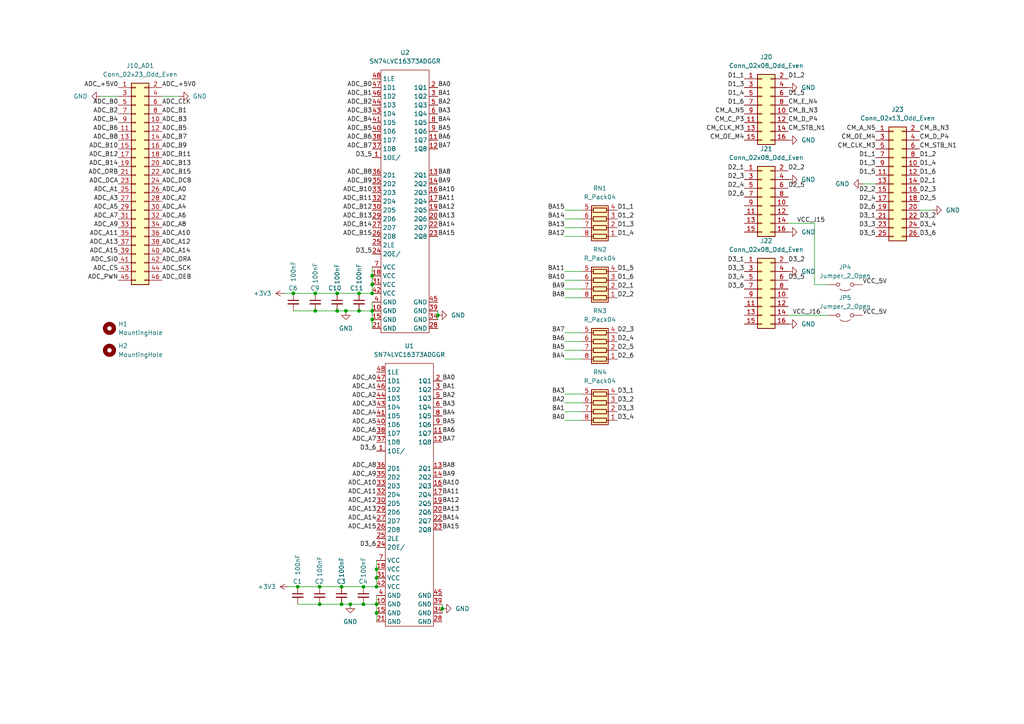
<source format=kicad_sch>
(kicad_sch (version 20231120) (generator "eeschema") (generator_version "8.0")
  (paper "A4")
  (lib_symbols
    (symbol "Connector_Generic:Conn_02x08_Odd_Even" (pin_names (offset 1.016) hide)
      (property "Reference" "J" (at 1.27 10.16 0))
      (property "Value" "Conn_02x08_Odd_Even" (at 1.27 -12.7 0))
      (symbol "Conn_02x08_Odd_Even_1_1"
        (rectangle (start -1.27 -10.033) (end 0 -10.287) (stroke (width 0.1524)))
        (rectangle (start -1.27 -7.493) (end 0 -7.747) (stroke (width 0.1524)))
        (rectangle (start -1.27 -4.953) (end 0 -5.207) (stroke (width 0.1524)))
        (rectangle (start -1.27 -2.413) (end 0 -2.667) (stroke (width 0.1524)))
        (rectangle (start -1.27 0.127) (end 0 -0.127) (stroke (width 0.1524)))
        (rectangle (start -1.27 2.667) (end 0 2.413) (stroke (width 0.1524)))
        (rectangle (start -1.27 5.207) (end 0 4.953) (stroke (width 0.1524)))
        (rectangle (start -1.27 7.747) (end 0 7.493) (stroke (width 0.1524)))
        (rectangle (start -1.27 8.89) (end 3.81 -11.43) (stroke (width 0.254)) (fill (type background)))
        (rectangle (start 3.81 -10.033) (end 2.54 -10.287) (stroke (width 0.1524)))
        (rectangle (start 3.81 -7.493) (end 2.54 -7.747) (stroke (width 0.1524)))
        (rectangle (start 3.81 -4.953) (end 2.54 -5.207) (stroke (width 0.1524)))
        (rectangle (start 3.81 -2.413) (end 2.54 -2.667) (stroke (width 0.1524)))
        (rectangle (start 3.81 0.127) (end 2.54 -0.127) (stroke (width 0.1524)))
        (rectangle (start 3.81 2.667) (end 2.54 2.413) (stroke (width 0.1524)))
        (rectangle (start 3.81 5.207) (end 2.54 4.953) (stroke (width 0.1524)))
        (rectangle (start 3.81 7.747) (end 2.54 7.493) (stroke (width 0.1524)))
        (pin passive line (at -5.08 7.62 0) (length 3.81) (name "Pin_1") (number "1"))
        (pin passive line (at 7.62 -2.54 180) (length 3.81) (name "Pin_10") (number "10"))
        (pin passive line (at -5.08 -5.08 0) (length 3.81) (name "Pin_11") (number "11"))
        (pin passive line (at 7.62 -5.08 180) (length 3.81) (name "Pin_12") (number "12"))
        (pin passive line (at -5.08 -7.62 0) (length 3.81) (name "Pin_13") (number "13"))
        (pin passive line (at 7.62 -7.62 180) (length 3.81) (name "Pin_14") (number "14"))
        (pin passive line (at -5.08 -10.16 0) (length 3.81) (name "Pin_15") (number "15"))
        (pin passive line (at 7.62 -10.16 180) (length 3.81) (name "Pin_16") (number "16"))
        (pin passive line (at 7.62 7.62 180) (length 3.81) (name "Pin_2") (number "2"))
        (pin passive line (at -5.08 5.08 0) (length 3.81) (name "Pin_3") (number "3"))
        (pin passive line (at 7.62 5.08 180) (length 3.81) (name "Pin_4") (number "4"))
        (pin passive line (at -5.08 2.54 0) (length 3.81) (name "Pin_5") (number "5"))
        (pin passive line (at 7.62 2.54 180) (length 3.81) (name "Pin_6") (number "6"))
        (pin passive line (at -5.08 0 0) (length 3.81) (name "Pin_7") (number "7"))
        (pin passive line (at 7.62 0 180) (length 3.81) (name "Pin_8") (number "8"))
        (pin passive line (at -5.08 -2.54 0) (length 3.81) (name "Pin_9") (number "9"))
      )
    )
    (symbol "Connector_Generic:Conn_02x13_Odd_Even" (pin_names (offset 1.016) hide)
      (property "Reference" "J" (at 1.27 17.78 0))
      (property "Value" "Conn_02x13_Odd_Even" (at 1.27 -17.78 0))
      (symbol "Conn_02x13_Odd_Even_1_1"
        (rectangle (start -1.27 -15.113) (end 0 -15.367) (stroke (width 0.1524)))
        (rectangle (start -1.27 -12.573) (end 0 -12.827) (stroke (width 0.1524)))
        (rectangle (start -1.27 -10.033) (end 0 -10.287) (stroke (width 0.1524)))
        (rectangle (start -1.27 -7.493) (end 0 -7.747) (stroke (width 0.1524)))
        (rectangle (start -1.27 -4.953) (end 0 -5.207) (stroke (width 0.1524)))
        (rectangle (start -1.27 -2.413) (end 0 -2.667) (stroke (width 0.1524)))
        (rectangle (start -1.27 0.127) (end 0 -0.127) (stroke (width 0.1524)))
        (rectangle (start -1.27 2.667) (end 0 2.413) (stroke (width 0.1524)))
        (rectangle (start -1.27 5.207) (end 0 4.953) (stroke (width 0.1524)))
        (rectangle (start -1.27 7.747) (end 0 7.493) (stroke (width 0.1524)))
        (rectangle (start -1.27 10.287) (end 0 10.033) (stroke (width 0.1524)))
        (rectangle (start -1.27 12.827) (end 0 12.573) (stroke (width 0.1524)))
        (rectangle (start -1.27 15.367) (end 0 15.113) (stroke (width 0.1524)))
        (rectangle (start -1.27 16.51) (end 3.81 -16.51) (stroke (width 0.254)) (fill (type background)))
        (rectangle (start 3.81 -15.113) (end 2.54 -15.367) (stroke (width 0.1524)))
        (rectangle (start 3.81 -12.573) (end 2.54 -12.827) (stroke (width 0.1524)))
        (rectangle (start 3.81 -10.033) (end 2.54 -10.287) (stroke (width 0.1524)))
        (rectangle (start 3.81 -7.493) (end 2.54 -7.747) (stroke (width 0.1524)))
        (rectangle (start 3.81 -4.953) (end 2.54 -5.207) (stroke (width 0.1524)))
        (rectangle (start 3.81 -2.413) (end 2.54 -2.667) (stroke (width 0.1524)))
        (rectangle (start 3.81 0.127) (end 2.54 -0.127) (stroke (width 0.1524)))
        (rectangle (start 3.81 2.667) (end 2.54 2.413) (stroke (width 0.1524)))
        (rectangle (start 3.81 5.207) (end 2.54 4.953) (stroke (width 0.1524)))
        (rectangle (start 3.81 7.747) (end 2.54 7.493) (stroke (width 0.1524)))
        (rectangle (start 3.81 10.287) (end 2.54 10.033) (stroke (width 0.1524)))
        (rectangle (start 3.81 12.827) (end 2.54 12.573) (stroke (width 0.1524)))
        (rectangle (start 3.81 15.367) (end 2.54 15.113) (stroke (width 0.1524)))
        (pin passive line (at -5.08 15.24 0) (length 3.81) (name "Pin_1") (number "1"))
        (pin passive line (at 7.62 5.08 180) (length 3.81) (name "Pin_10") (number "10"))
        (pin passive line (at -5.08 2.54 0) (length 3.81) (name "Pin_11") (number "11"))
        (pin passive line (at 7.62 2.54 180) (length 3.81) (name "Pin_12") (number "12"))
        (pin passive line (at -5.08 0 0) (length 3.81) (name "Pin_13") (number "13"))
        (pin passive line (at 7.62 0 180) (length 3.81) (name "Pin_14") (number "14"))
        (pin passive line (at -5.08 -2.54 0) (length 3.81) (name "Pin_15") (number "15"))
        (pin passive line (at 7.62 -2.54 180) (length 3.81) (name "Pin_16") (number "16"))
        (pin passive line (at -5.08 -5.08 0) (length 3.81) (name "Pin_17") (number "17"))
        (pin passive line (at 7.62 -5.08 180) (length 3.81) (name "Pin_18") (number "18"))
        (pin passive line (at -5.08 -7.62 0) (length 3.81) (name "Pin_19") (number "19"))
        (pin passive line (at 7.62 15.24 180) (length 3.81) (name "Pin_2") (number "2"))
        (pin passive line (at 7.62 -7.62 180) (length 3.81) (name "Pin_20") (number "20"))
        (pin passive line (at -5.08 -10.16 0) (length 3.81) (name "Pin_21") (number "21"))
        (pin passive line (at 7.62 -10.16 180) (length 3.81) (name "Pin_22") (number "22"))
        (pin passive line (at -5.08 -12.7 0) (length 3.81) (name "Pin_23") (number "23"))
        (pin passive line (at 7.62 -12.7 180) (length 3.81) (name "Pin_24") (number "24"))
        (pin passive line (at -5.08 -15.24 0) (length 3.81) (name "Pin_25") (number "25"))
        (pin passive line (at 7.62 -15.24 180) (length 3.81) (name "Pin_26") (number "26"))
        (pin passive line (at -5.08 12.7 0) (length 3.81) (name "Pin_3") (number "3"))
        (pin passive line (at 7.62 12.7 180) (length 3.81) (name "Pin_4") (number "4"))
        (pin passive line (at -5.08 10.16 0) (length 3.81) (name "Pin_5") (number "5"))
        (pin passive line (at 7.62 10.16 180) (length 3.81) (name "Pin_6") (number "6"))
        (pin passive line (at -5.08 7.62 0) (length 3.81) (name "Pin_7") (number "7"))
        (pin passive line (at 7.62 7.62 180) (length 3.81) (name "Pin_8") (number "8"))
        (pin passive line (at -5.08 5.08 0) (length 3.81) (name "Pin_9") (number "9"))
      )
    )
    (symbol "Connector_Generic:Conn_02x23_Odd_Even" (pin_names (offset 1.016) hide)
      (property "Reference" "J" (at 1.27 30.48 0))
      (property "Value" "Conn_02x23_Odd_Even" (at 1.27 -30.48 0))
      (symbol "Conn_02x23_Odd_Even_1_1"
        (rectangle (start -1.27 -27.813) (end 0 -28.067) (stroke (width 0.1524)))
        (rectangle (start -1.27 -25.273) (end 0 -25.527) (stroke (width 0.1524)))
        (rectangle (start -1.27 -22.733) (end 0 -22.987) (stroke (width 0.1524)))
        (rectangle (start -1.27 -20.193) (end 0 -20.447) (stroke (width 0.1524)))
        (rectangle (start -1.27 -17.653) (end 0 -17.907) (stroke (width 0.1524)))
        (rectangle (start -1.27 -15.113) (end 0 -15.367) (stroke (width 0.1524)))
        (rectangle (start -1.27 -12.573) (end 0 -12.827) (stroke (width 0.1524)))
        (rectangle (start -1.27 -10.033) (end 0 -10.287) (stroke (width 0.1524)))
        (rectangle (start -1.27 -7.493) (end 0 -7.747) (stroke (width 0.1524)))
        (rectangle (start -1.27 -4.953) (end 0 -5.207) (stroke (width 0.1524)))
        (rectangle (start -1.27 -2.413) (end 0 -2.667) (stroke (width 0.1524)))
        (rectangle (start -1.27 0.127) (end 0 -0.127) (stroke (width 0.1524)))
        (rectangle (start -1.27 2.667) (end 0 2.413) (stroke (width 0.1524)))
        (rectangle (start -1.27 5.207) (end 0 4.953) (stroke (width 0.1524)))
        (rectangle (start -1.27 7.747) (end 0 7.493) (stroke (width 0.1524)))
        (rectangle (start -1.27 10.287) (end 0 10.033) (stroke (width 0.1524)))
        (rectangle (start -1.27 12.827) (end 0 12.573) (stroke (width 0.1524)))
        (rectangle (start -1.27 15.367) (end 0 15.113) (stroke (width 0.1524)))
        (rectangle (start -1.27 17.907) (end 0 17.653) (stroke (width 0.1524)))
        (rectangle (start -1.27 20.447) (end 0 20.193) (stroke (width 0.1524)))
        (rectangle (start -1.27 22.987) (end 0 22.733) (stroke (width 0.1524)))
        (rectangle (start -1.27 25.527) (end 0 25.273) (stroke (width 0.1524)))
        (rectangle (start -1.27 28.067) (end 0 27.813) (stroke (width 0.1524)))
        (rectangle (start -1.27 29.21) (end 3.81 -29.21) (stroke (width 0.254)) (fill (type background)))
        (rectangle (start 3.81 -27.813) (end 2.54 -28.067) (stroke (width 0.1524)))
        (rectangle (start 3.81 -25.273) (end 2.54 -25.527) (stroke (width 0.1524)))
        (rectangle (start 3.81 -22.733) (end 2.54 -22.987) (stroke (width 0.1524)))
        (rectangle (start 3.81 -20.193) (end 2.54 -20.447) (stroke (width 0.1524)))
        (rectangle (start 3.81 -17.653) (end 2.54 -17.907) (stroke (width 0.1524)))
        (rectangle (start 3.81 -15.113) (end 2.54 -15.367) (stroke (width 0.1524)))
        (rectangle (start 3.81 -12.573) (end 2.54 -12.827) (stroke (width 0.1524)))
        (rectangle (start 3.81 -10.033) (end 2.54 -10.287) (stroke (width 0.1524)))
        (rectangle (start 3.81 -7.493) (end 2.54 -7.747) (stroke (width 0.1524)))
        (rectangle (start 3.81 -4.953) (end 2.54 -5.207) (stroke (width 0.1524)))
        (rectangle (start 3.81 -2.413) (end 2.54 -2.667) (stroke (width 0.1524)))
        (rectangle (start 3.81 0.127) (end 2.54 -0.127) (stroke (width 0.1524)))
        (rectangle (start 3.81 2.667) (end 2.54 2.413) (stroke (width 0.1524)))
        (rectangle (start 3.81 5.207) (end 2.54 4.953) (stroke (width 0.1524)))
        (rectangle (start 3.81 7.747) (end 2.54 7.493) (stroke (width 0.1524)))
        (rectangle (start 3.81 10.287) (end 2.54 10.033) (stroke (width 0.1524)))
        (rectangle (start 3.81 12.827) (end 2.54 12.573) (stroke (width 0.1524)))
        (rectangle (start 3.81 15.367) (end 2.54 15.113) (stroke (width 0.1524)))
        (rectangle (start 3.81 17.907) (end 2.54 17.653) (stroke (width 0.1524)))
        (rectangle (start 3.81 20.447) (end 2.54 20.193) (stroke (width 0.1524)))
        (rectangle (start 3.81 22.987) (end 2.54 22.733) (stroke (width 0.1524)))
        (rectangle (start 3.81 25.527) (end 2.54 25.273) (stroke (width 0.1524)))
        (rectangle (start 3.81 28.067) (end 2.54 27.813) (stroke (width 0.1524)))
        (pin passive line (at -5.08 27.94 0) (length 3.81) (name "Pin_1") (number "1"))
        (pin passive line (at 7.62 17.78 180) (length 3.81) (name "Pin_10") (number "10"))
        (pin passive line (at -5.08 15.24 0) (length 3.81) (name "Pin_11") (number "11"))
        (pin passive line (at 7.62 15.24 180) (length 3.81) (name "Pin_12") (number "12"))
        (pin passive line (at -5.08 12.7 0) (length 3.81) (name "Pin_13") (number "13"))
        (pin passive line (at 7.62 12.7 180) (length 3.81) (name "Pin_14") (number "14"))
        (pin passive line (at -5.08 10.16 0) (length 3.81) (name "Pin_15") (number "15"))
        (pin passive line (at 7.62 10.16 180) (length 3.81) (name "Pin_16") (number "16"))
        (pin passive line (at -5.08 7.62 0) (length 3.81) (name "Pin_17") (number "17"))
        (pin passive line (at 7.62 7.62 180) (length 3.81) (name "Pin_18") (number "18"))
        (pin passive line (at -5.08 5.08 0) (length 3.81) (name "Pin_19") (number "19"))
        (pin passive line (at 7.62 27.94 180) (length 3.81) (name "Pin_2") (number "2"))
        (pin passive line (at 7.62 5.08 180) (length 3.81) (name "Pin_20") (number "20"))
        (pin passive line (at -5.08 2.54 0) (length 3.81) (name "Pin_21") (number "21"))
        (pin passive line (at 7.62 2.54 180) (length 3.81) (name "Pin_22") (number "22"))
        (pin passive line (at -5.08 0 0) (length 3.81) (name "Pin_23") (number "23"))
        (pin passive line (at 7.62 0 180) (length 3.81) (name "Pin_24") (number "24"))
        (pin passive line (at -5.08 -2.54 0) (length 3.81) (name "Pin_25") (number "25"))
        (pin passive line (at 7.62 -2.54 180) (length 3.81) (name "Pin_26") (number "26"))
        (pin passive line (at -5.08 -5.08 0) (length 3.81) (name "Pin_27") (number "27"))
        (pin passive line (at 7.62 -5.08 180) (length 3.81) (name "Pin_28") (number "28"))
        (pin passive line (at -5.08 -7.62 0) (length 3.81) (name "Pin_29") (number "29"))
        (pin passive line (at -5.08 25.4 0) (length 3.81) (name "Pin_3") (number "3"))
        (pin passive line (at 7.62 -7.62 180) (length 3.81) (name "Pin_30") (number "30"))
        (pin passive line (at -5.08 -10.16 0) (length 3.81) (name "Pin_31") (number "31"))
        (pin passive line (at 7.62 -10.16 180) (length 3.81) (name "Pin_32") (number "32"))
        (pin passive line (at -5.08 -12.7 0) (length 3.81) (name "Pin_33") (number "33"))
        (pin passive line (at 7.62 -12.7 180) (length 3.81) (name "Pin_34") (number "34"))
        (pin passive line (at -5.08 -15.24 0) (length 3.81) (name "Pin_35") (number "35"))
        (pin passive line (at 7.62 -15.24 180) (length 3.81) (name "Pin_36") (number "36"))
        (pin passive line (at -5.08 -17.78 0) (length 3.81) (name "Pin_37") (number "37"))
        (pin passive line (at 7.62 -17.78 180) (length 3.81) (name "Pin_38") (number "38"))
        (pin passive line (at -5.08 -20.32 0) (length 3.81) (name "Pin_39") (number "39"))
        (pin passive line (at 7.62 25.4 180) (length 3.81) (name "Pin_4") (number "4"))
        (pin passive line (at 7.62 -20.32 180) (length 3.81) (name "Pin_40") (number "40"))
        (pin passive line (at -5.08 -22.86 0) (length 3.81) (name "Pin_41") (number "41"))
        (pin passive line (at 7.62 -22.86 180) (length 3.81) (name "Pin_42") (number "42"))
        (pin passive line (at -5.08 -25.4 0) (length 3.81) (name "Pin_43") (number "43"))
        (pin passive line (at 7.62 -25.4 180) (length 3.81) (name "Pin_44") (number "44"))
        (pin passive line (at -5.08 -27.94 0) (length 3.81) (name "Pin_45") (number "45"))
        (pin passive line (at 7.62 -27.94 180) (length 3.81) (name "Pin_46") (number "46"))
        (pin passive line (at -5.08 22.86 0) (length 3.81) (name "Pin_5") (number "5"))
        (pin passive line (at 7.62 22.86 180) (length 3.81) (name "Pin_6") (number "6"))
        (pin passive line (at -5.08 20.32 0) (length 3.81) (name "Pin_7") (number "7"))
        (pin passive line (at 7.62 20.32 180) (length 3.81) (name "Pin_8") (number "8"))
        (pin passive line (at -5.08 17.78 0) (length 3.81) (name "Pin_9") (number "9"))
      )
    )
    (symbol "Device:C_Small" (pin_numbers hide) (pin_names (offset 0.254) hide)
      (property "Reference" "C" (at 0.254 1.778 0))
      (property "Value" "C_Small" (at 0.254 -2.032 0))
      (symbol "C_Small_0_1"
        (polyline (pts (xy -1.524 -0.508) (xy 1.524 -0.508)) (stroke (width 0.3302)))
        (polyline (pts (xy -1.524 0.508) (xy 1.524 0.508)) (stroke (width 0.3048)))
      )
      (symbol "C_Small_1_1"
        (pin passive line (at 0 2.54 270) (length 2.032) (name "~") (number "1"))
        (pin passive line (at 0 -2.54 90) (length 2.032) (name "~") (number "2"))
      )
    )
    (symbol "Device:R_Pack04" (pin_names (offset 0) hide)
      (property "Reference" "RN" (at -7.62 0 90))
      (property "Value" "R_Pack04" (at 5.08 0 90))
      (symbol "R_Pack04_0_1"
        (rectangle (start -6.35 -2.413) (end 3.81 2.413) (stroke (width 0.254)) (fill (type background)))
        (rectangle (start -5.715 1.905) (end -4.445 -1.905) (stroke (width 0.254)))
        (rectangle (start -3.175 1.905) (end -1.905 -1.905) (stroke (width 0.254)))
        (rectangle (start -0.635 1.905) (end 0.635 -1.905) (stroke (width 0.254)))
        (polyline (pts (xy -5.08 -2.54) (xy -5.08 -1.905)))
        (polyline (pts (xy -5.08 1.905) (xy -5.08 2.54)))
        (polyline (pts (xy -2.54 -2.54) (xy -2.54 -1.905)))
        (polyline (pts (xy -2.54 1.905) (xy -2.54 2.54)))
        (polyline (pts (xy 0 -2.54) (xy 0 -1.905)))
        (polyline (pts (xy 0 1.905) (xy 0 2.54)))
        (polyline (pts (xy 2.54 -2.54) (xy 2.54 -1.905)))
        (polyline (pts (xy 2.54 1.905) (xy 2.54 2.54)))
        (rectangle (start 1.905 1.905) (end 3.175 -1.905) (stroke (width 0.254)))
      )
      (symbol "R_Pack04_1_1"
        (pin passive line (at -5.08 -5.08 90) (length 2.54) (name "R1.1") (number "1"))
        (pin passive line (at -2.54 -5.08 90) (length 2.54) (name "R2.1") (number "2"))
        (pin passive line (at 0 -5.08 90) (length 2.54) (name "R3.1") (number "3"))
        (pin passive line (at 2.54 -5.08 90) (length 2.54) (name "R4.1") (number "4"))
        (pin passive line (at 2.54 5.08 270) (length 2.54) (name "R4.2") (number "5"))
        (pin passive line (at 0 5.08 270) (length 2.54) (name "R3.2") (number "6"))
        (pin passive line (at -2.54 5.08 270) (length 2.54) (name "R2.2") (number "7"))
        (pin passive line (at -5.08 5.08 270) (length 2.54) (name "R1.2") (number "8"))
      )
    )
    (symbol "Jumper:Jumper_2_Open" (pin_numbers hide) (pin_names (offset 0) hide) (exclude_from_sim yes)
      (property "Reference" "JP" (at 0 2.794 0))
      (property "Value" "Jumper_2_Open" (at 0 -2.286 0))
      (symbol "Jumper_2_Open_0_0"
        (circle (center -2.032 0) (radius 0.508))
        (circle (center 2.032 0) (radius 0.508))
      )
      (symbol "Jumper_2_Open_0_1"
        (arc (start 1.524 1.27) (mid 0 1.778) (end -1.524 1.27))
      )
      (symbol "Jumper_2_Open_1_1"
        (pin passive line (at -5.08 0 0) (length 2.54) (name "A") (number "1"))
        (pin passive line (at 5.08 0 180) (length 2.54) (name "B") (number "2"))
      )
    )
    (symbol "Mechanical:MountingHole" (pin_names (offset 1.016)) (exclude_from_sim yes) (in_bom no)
      (property "Reference" "H" (at 0 5.08 0))
      (property "Value" "MountingHole" (at 0 3.175 0))
      (symbol "MountingHole_0_1"
        (circle (center 0 0) (radius 1.27) (stroke (width 1.27)))
      )
    )
    (symbol "SN74LVC16373A:SN74LVC16373A"
      (property "Reference" "U" (at -10.16 31.75 0))
      (property "Value" "SN74LVC16373ADGGR" (at 8.89 31.75 0))
      (symbol "SN74LVC16373A_0_0"
        (pin input line (at -10.16 8.89 0) (length 2.54) (name "1OE/") (number "1"))
        (pin output line (at 8.89 13.97 180) (length 2.54) (name "1Q7") (number "11"))
        (pin output line (at 8.89 11.43 180) (length 2.54) (name "1Q8") (number "12"))
        (pin output line (at 8.89 3.81 180) (length 2.54) (name "2Q1") (number "13"))
        (pin output line (at 8.89 1.27 180) (length 2.54) (name "2Q2") (number "14"))
        (pin output line (at 8.89 -1.27 180) (length 2.54) (name "2Q3") (number "16"))
        (pin output line (at 8.89 -3.81 180) (length 2.54) (name "2Q4") (number "17"))
        (pin power_in line (at -10.16 -25.4 0) (length 2.54) (name "VCC") (number "18"))
        (pin output line (at 8.89 -6.35 180) (length 2.54) (name "2Q5") (number "19"))
        (pin output line (at 8.89 29.21 180) (length 2.54) (name "1Q1") (number "2"))
        (pin output line (at 8.89 -8.89 180) (length 2.54) (name "2Q6") (number "20"))
        (pin output line (at 8.89 -11.43 180) (length 2.54) (name "2Q7") (number "22"))
        (pin output line (at 8.89 -13.97 180) (length 2.54) (name "2Q8") (number "23"))
        (pin input line (at -10.16 -16.51 0) (length 2.54) (name "2LE") (number "25"))
        (pin input line (at -10.16 -13.97 0) (length 2.54) (name "2D8") (number "26"))
        (pin input line (at -10.16 -11.43 0) (length 2.54) (name "2D7") (number "27"))
        (pin input line (at -10.16 -8.89 0) (length 2.54) (name "2D6") (number "29"))
        (pin output line (at 8.89 26.67 180) (length 2.54) (name "1Q2") (number "3"))
        (pin input line (at -10.16 -6.35 0) (length 2.54) (name "2D5") (number "30"))
        (pin power_in line (at -10.16 -27.94 0) (length 2.54) (name "VCC") (number "31"))
        (pin input line (at -10.16 -3.81 0) (length 2.54) (name "2D4") (number "32"))
        (pin input line (at -10.16 -1.27 0) (length 2.54) (name "2D3") (number "33"))
        (pin input line (at -10.16 1.27 0) (length 2.54) (name "2D2") (number "35"))
        (pin input line (at -10.16 3.81 0) (length 2.54) (name "2D1") (number "36"))
        (pin input line (at -10.16 11.43 0) (length 2.54) (name "1D8") (number "37"))
        (pin input line (at -10.16 13.97 0) (length 2.54) (name "1D7") (number "38"))
        (pin input line (at -10.16 16.51 0) (length 2.54) (name "1D6") (number "40"))
        (pin input line (at -10.16 19.05 0) (length 2.54) (name "1D5") (number "41"))
        (pin power_in line (at -10.16 -30.48 0) (length 2.54) (name "VCC") (number "42"))
        (pin input line (at -10.16 21.59 0) (length 2.54) (name "1D4") (number "43"))
        (pin input line (at -10.16 24.13 0) (length 2.54) (name "1D3") (number "44"))
        (pin input line (at -10.16 26.67 0) (length 2.54) (name "1D2") (number "46"))
        (pin input line (at -10.16 29.21 0) (length 2.54) (name "1D1") (number "47"))
        (pin input line (at -10.16 31.75 0) (length 2.54) (name "1LE") (number "48"))
        (pin output line (at 8.89 24.13 180) (length 2.54) (name "1Q3") (number "5"))
        (pin output line (at 8.89 21.59 180) (length 2.54) (name "1Q4") (number "6"))
        (pin power_in line (at -10.16 -22.86 0) (length 2.54) (name "VCC") (number "7"))
        (pin output line (at 8.89 19.05 180) (length 2.54) (name "1Q5") (number "8"))
        (pin output line (at 8.89 16.51 180) (length 2.54) (name "1Q6") (number "9"))
      )
      (symbol "SN74LVC16373A_0_1"
        (rectangle (start -7.62 34.29) (end 6.35 -41.91))
      )
      (symbol "SN74LVC16373A_1_0"
        (pin power_in line (at -10.16 -35.56 0) (length 2.54) (name "GND") (number "10"))
        (pin power_in line (at -10.16 -38.1 0) (length 2.54) (name "GND") (number "15"))
        (pin power_in line (at -10.16 -40.64 0) (length 2.54) (name "GND") (number "21"))
        (pin input line (at -10.16 -19.05 0) (length 2.54) (name "2OE/") (number "24"))
        (pin power_in line (at 8.89 -40.64 180) (length 2.54) (name "GND") (number "28"))
        (pin power_in line (at 8.89 -38.1 180) (length 2.54) (name "GND") (number "34"))
        (pin power_in line (at 8.89 -35.56 180) (length 2.54) (name "GND") (number "39"))
        (pin power_in line (at -10.16 -33.02 0) (length 2.54) (name "GND") (number "4"))
        (pin power_in line (at 8.89 -33.02 180) (length 2.54) (name "GND") (number "45"))
      )
    )
    (symbol "power:+3V3" (power) (pin_numbers hide) (pin_names (offset 0) hide)
      (property "Value" "+3V3" (at 0 3.556 0))
      (symbol "+3V3_0_1"
        (polyline (pts (xy -0.762 1.27) (xy 0 2.54)))
        (polyline (pts (xy 0 0) (xy 0 2.54)))
        (polyline (pts (xy 0 2.54) (xy 0.762 1.27)))
      )
      (symbol "+3V3_1_1"
        (pin power_in line (at 0 0 90) (length 0) (name "~") (number "1"))
      )
    )
    (symbol "power:GND" (power) (pin_numbers hide) (pin_names (offset 0) hide)
      (property "Value" "GND" (at 0 -3.81 0))
      (symbol "GND_0_1"
        (polyline (pts (xy 0 0) (xy 0 -1.27) (xy 1.27 -1.27) (xy 0 -2.54) (xy -1.27 -1.27) (xy 0 -1.27)))
      )
      (symbol "GND_1_1"
        (pin power_in line (at 0 0 270) (length 0) (name "~") (number "1"))
      )
    )
  )
  (junction (at 107.95 92.71))
  (junction (at 91.44 90.17))
  (junction (at 86.36 170.18))
  (junction (at 97.79 85.09))
  (junction (at 109.22 177.8))
  (junction (at 107.95 90.17))
  (junction (at 91.44 85.09))
  (junction (at 109.22 165.1))
  (junction (at 101.6 175.26))
  (junction (at 97.79 90.17))
  (junction (at 105.41 170.18))
  (junction (at 128.27 176.53))
  (junction (at 104.14 90.17))
  (junction (at 92.71 170.18))
  (junction (at 100.33 90.17))
  (junction (at 105.41 175.26))
  (junction (at 107.95 80.01))
  (junction (at 109.22 170.18))
  (junction (at 99.06 170.18))
  (junction (at 107.95 82.55))
  (junction (at 109.22 167.64))
  (junction (at 109.22 175.26))
  (junction (at 127 91.44))
  (junction (at 92.71 175.26))
  (junction (at 104.14 85.09))
  (junction (at 85.09 85.09))
  (junction (at 99.06 175.26))
  (junction (at 107.95 85.09))
  (wire (pts (xy 168.91 63.5) (xy 163.83 63.5)))
  (wire (pts (xy 107.95 90.17) (xy 107.95 92.71)))
  (wire (pts (xy 109.22 172.72) (xy 109.22 175.26)))
  (wire (pts (xy 168.91 68.58) (xy 163.83 68.58)))
  (wire (pts (xy 109.22 167.64) (xy 109.22 170.18)))
  (wire (pts (xy 168.91 78.74) (xy 163.83 78.74)))
  (wire (pts (xy 85.09 85.09) (xy 91.44 85.09)))
  (wire (pts (xy 105.41 175.26) (xy 109.22 175.26)))
  (wire (pts (xy 168.91 121.92) (xy 163.83 121.92)))
  (wire (pts (xy 266.7 60.96) (xy 270.51 60.96)))
  (wire (pts (xy 99.06 175.26) (xy 101.6 175.26)))
  (wire (pts (xy 168.91 114.3) (xy 163.83 114.3)))
  (wire (pts (xy 127 90.17) (xy 127 91.44)))
  (wire (pts (xy 109.22 165.1) (xy 109.22 167.64)))
  (wire (pts (xy 127 91.44) (xy 127 92.71)))
  (wire (pts (xy 107.95 77.47) (xy 107.95 80.01)))
  (wire (pts (xy 168.91 66.04) (xy 163.83 66.04)))
  (wire (pts (xy 250.19 53.34) (xy 254 53.34)))
  (wire (pts (xy 92.71 175.26) (xy 99.06 175.26)))
  (wire (pts (xy 109.22 175.26) (xy 109.22 177.8)))
  (wire (pts (xy 83.82 170.18) (xy 86.36 170.18)))
  (wire (pts (xy 228.6 64.77) (xy 236.22 64.77)))
  (wire (pts (xy 107.95 87.63) (xy 107.95 90.17)))
  (wire (pts (xy 97.79 90.17) (xy 100.33 90.17)))
  (wire (pts (xy 228.6 91.44) (xy 240.03 91.44)))
  (wire (pts (xy 168.91 99.06) (xy 163.83 99.06)))
  (wire (pts (xy 168.91 96.52) (xy 163.83 96.52)))
  (wire (pts (xy 86.36 170.18) (xy 92.71 170.18)))
  (wire (pts (xy 168.91 86.36) (xy 163.83 86.36)))
  (wire (pts (xy 101.6 175.26) (xy 105.41 175.26)))
  (wire (pts (xy 109.22 162.56) (xy 109.22 165.1)))
  (wire (pts (xy 100.33 90.17) (xy 104.14 90.17)))
  (wire (pts (xy 168.91 116.84) (xy 163.83 116.84)))
  (wire (pts (xy 107.95 80.01) (xy 107.95 82.55)))
  (wire (pts (xy 109.22 177.8) (xy 109.22 180.34)))
  (wire (pts (xy 168.91 104.14) (xy 163.83 104.14)))
  (wire (pts (xy 86.36 175.26) (xy 92.71 175.26)))
  (wire (pts (xy 29.21 27.94) (xy 34.29 27.94)))
  (wire (pts (xy 99.06 170.18) (xy 105.41 170.18)))
  (wire (pts (xy 107.95 92.71) (xy 107.95 95.25)))
  (wire (pts (xy 91.44 85.09) (xy 97.79 85.09)))
  (wire (pts (xy 236.22 64.77) (xy 236.22 82.55)))
  (wire (pts (xy 85.09 90.17) (xy 91.44 90.17)))
  (wire (pts (xy 105.41 170.18) (xy 109.22 170.18)))
  (wire (pts (xy 92.71 170.18) (xy 99.06 170.18)))
  (wire (pts (xy 168.91 81.28) (xy 163.83 81.28)))
  (wire (pts (xy 168.91 83.82) (xy 163.83 83.82)))
  (wire (pts (xy 236.22 82.55) (xy 240.03 82.55)))
  (wire (pts (xy 91.44 90.17) (xy 97.79 90.17)))
  (wire (pts (xy 168.91 119.38) (xy 163.83 119.38)))
  (wire (pts (xy 128.27 175.26) (xy 128.27 176.53)))
  (wire (pts (xy 82.55 85.09) (xy 85.09 85.09)))
  (wire (pts (xy 46.99 27.94) (xy 52.07 27.94)))
  (wire (pts (xy 104.14 90.17) (xy 107.95 90.17)))
  (wire (pts (xy 168.91 60.96) (xy 163.83 60.96)))
  (wire (pts (xy 168.91 101.6) (xy 163.83 101.6)))
  (wire (pts (xy 128.27 176.53) (xy 128.27 177.8)))
  (wire (pts (xy 97.79 85.09) (xy 104.14 85.09)))
  (wire (pts (xy 104.14 85.09) (xy 107.95 85.09)))
  (wire (pts (xy 107.95 82.55) (xy 107.95 85.09)))
  (label "BA4" (at 163.83 104.14 180))
  (label "ADC_A2" (at 46.99 58.42 0))
  (label "D3_3" (at 254 66.04 180))
  (label "CM_CLK_M3" (at 254 43.18 180))
  (label "ADC_B4" (at 34.29 35.56 180))
  (label "BA11" (at 128.27 143.51 0))
  (label "BA6" (at 128.27 125.73 0))
  (label "ADC_B7" (at 107.95 43.18 180))
  (label "D2_4" (at 254 58.42 180))
  (label "D3_3" (at 179.07 119.38 0))
  (label "ADC_SIO" (at 34.29 76.2 180))
  (label "ADC_A10" (at 46.99 68.58 0))
  (label "D3_1" (at 215.9 76.2 180))
  (label "VCC_J15" (at 231.14 64.77 0))
  (label "ADC_SCK" (at 46.99 78.74 0))
  (label "BA14" (at 128.27 151.13 0))
  (label "CM_C_P3" (at 215.9 35.56 180))
  (label "D3_4" (at 266.7 66.04 0))
  (label "ADC_A3" (at 109.22 118.11 180))
  (label "ADC_A9" (at 34.29 66.04 180))
  (label "ADC_A9" (at 109.22 138.43 180))
  (label "D2_6" (at 179.07 104.14 0))
  (label "D2_2" (at 179.07 86.36 0))
  (label "CM_CLK_M3" (at 215.9 38.1 180))
  (label "ADC_B9" (at 46.99 43.18 0))
  (label "CM_STB_N1" (at 228.6 38.1 0))
  (label "BA7" (at 128.27 128.27 0))
  (label "D1_2" (at 266.7 45.72 0))
  (label "ADC_+5V0" (at 34.29 25.4 180))
  (label "D3_5" (at 254 68.58 180))
  (label "D2_1" (at 215.9 49.53 180))
  (label "VCC_J16" (at 229.87 91.44 0))
  (label "D3_2" (at 179.07 116.84 0))
  (label "ADC_A14" (at 109.22 151.13 180))
  (label "BA9" (at 128.27 138.43 0))
  (label "ADC_DCA" (at 34.29 53.34 180))
  (label "ADC_B5" (at 46.99 38.1 0))
  (label "D1_1" (at 215.9 22.86 180))
  (label "D1_3" (at 254 48.26 180))
  (label "D3_6" (at 266.7 68.58 0))
  (label "BA11" (at 163.83 78.74 180))
  (label "ADC_A8" (at 46.99 66.04 0))
  (label "ADC_A12" (at 109.22 146.05 180))
  (label "D2_5" (at 266.7 58.42 0))
  (label "D3_5" (at 228.6 81.28 0))
  (label "D3_5" (at 107.95 45.72 180))
  (label "BA8" (at 127 50.8 0))
  (label "ADC_B9" (at 107.95 53.34 180))
  (label "ADC_A12" (at 46.99 71.12 0))
  (label "ADC_A1" (at 34.29 55.88 180))
  (label "BA9" (at 127 53.34 0))
  (label "ADC_B2" (at 34.29 33.02 180))
  (label "ADC_B12" (at 107.95 60.96 180))
  (label "D3_5" (at 107.95 73.66 180))
  (label "ADC_B15" (at 107.95 68.58 180))
  (label "D2_5" (at 179.07 101.6 0))
  (label "ADC_A11" (at 109.22 143.51 180))
  (label "BA5" (at 128.27 123.19 0))
  (label "BA15" (at 128.27 153.67 0))
  (label "ADC_A0" (at 109.22 110.49 180))
  (label "BA2" (at 128.27 115.57 0))
  (label "D1_1" (at 254 45.72 180))
  (label "BA8" (at 163.83 86.36 180))
  (label "D1_3" (at 215.9 25.4 180))
  (label "CM_STB_N1" (at 266.7 43.18 0))
  (label "D2_2" (at 254 55.88 180))
  (label "ADC_A11" (at 34.29 68.58 180))
  (label "BA2" (at 127 30.48 0))
  (label "D2_6" (at 254 60.96 180))
  (label "BA14" (at 163.83 63.5 180))
  (label "CM_B_N3" (at 266.7 38.1 0))
  (label "BA4" (at 128.27 120.65 0))
  (label "ADC_A6" (at 109.22 125.73 180))
  (label "BA14" (at 127 66.04 0))
  (label "BA10" (at 127 55.88 0))
  (label "BA4" (at 127 35.56 0))
  (label "CM_A_N5" (at 254 38.1 180))
  (label "D3_2" (at 266.7 63.5 0))
  (label "D1_6" (at 179.07 81.28 0))
  (label "D2_1" (at 266.7 53.34 0))
  (label "D3_1" (at 179.07 114.3 0))
  (label "D2_3" (at 179.07 96.52 0))
  (label "D1_1" (at 179.07 60.96 0))
  (label "ADC_DCB" (at 46.99 53.34 0))
  (label "ADC_B13" (at 46.99 48.26 0))
  (label "VCC_5V" (at 250.19 91.44 0))
  (label "BA3" (at 127 33.02 0))
  (label "ADC_OEB" (at 46.99 81.28 0))
  (label "ADC_B8" (at 107.95 50.8 180))
  (label "D3_6" (at 215.9 83.82 180))
  (label "BA0" (at 163.83 121.92 180))
  (label "BA12" (at 127 60.96 0))
  (label "BA1" (at 128.27 113.03 0))
  (label "D1_4" (at 179.07 68.58 0))
  (label "BA9" (at 163.83 83.82 180))
  (label "BA13" (at 163.83 66.04 180))
  (label "BA2" (at 163.83 116.84 180))
  (label "ADC_A4" (at 109.22 120.65 180))
  (label "ADC_B1" (at 46.99 33.02 0))
  (label "ADC_A10" (at 109.22 140.97 180))
  (label "ADC_A5" (at 34.29 60.96 180))
  (label "ADC_ORB" (at 34.29 50.8 180))
  (label "BA1" (at 163.83 119.38 180))
  (label "BA6" (at 163.83 99.06 180))
  (label "D2_2" (at 228.6 49.53 0))
  (label "BA5" (at 127 38.1 0))
  (label "ADC_B0" (at 34.29 30.48 180))
  (label "BA6" (at 127 40.64 0))
  (label "ADC_CS" (at 34.29 78.74 180))
  (label "D3_3" (at 215.9 78.74 180))
  (label "ADC_B14" (at 107.95 66.04 180))
  (label "D2_6" (at 215.9 57.15 180))
  (label "D3_1" (at 254 63.5 180))
  (label "CM_OE_M4" (at 215.9 40.64 180))
  (label "ADC_+5V0" (at 46.99 25.4 0))
  (label "D1_5" (at 228.6 27.94 0))
  (label "D1_6" (at 215.9 30.48 180))
  (label "D1_4" (at 215.9 27.94 180))
  (label "ADC_B14" (at 34.29 48.26 180))
  (label "CM_D_P4" (at 228.6 35.56 0))
  (label "ADC_B2" (at 107.95 30.48 180))
  (label "BA1" (at 127 27.94 0))
  (label "D2_3" (at 215.9 52.07 180))
  (label "D2_4" (at 215.9 54.61 180))
  (label "ADC_A5" (at 109.22 123.19 180))
  (label "ADC_B6" (at 34.29 38.1 180))
  (label "CM_B_N3" (at 228.6 33.02 0))
  (label "D1_5" (at 179.07 78.74 0))
  (label "D1_5" (at 254 50.8 180))
  (label "ADC_A3" (at 34.29 58.42 180))
  (label "D1_6" (at 266.7 50.8 0))
  (label "ADC_A2" (at 109.22 115.57 180))
  (label "D1_3" (at 179.07 66.04 0))
  (label "BA3" (at 163.83 114.3 180))
  (label "VCC_5V" (at 250.19 82.55 0))
  (label "D1_2" (at 179.07 63.5 0))
  (label "ADC_A6" (at 46.99 63.5 0))
  (label "ADC_A0" (at 46.99 55.88 0))
  (label "ADC_B5" (at 107.95 38.1 180))
  (label "ADC_A1" (at 109.22 113.03 180))
  (label "D1_4" (at 266.7 48.26 0))
  (label "ADC_A15" (at 34.29 73.66 180))
  (label "ADC_B0" (at 107.95 25.4 180))
  (label "D2_1" (at 179.07 83.82 0))
  (label "ADC_B10" (at 34.29 43.18 180))
  (label "BA12" (at 163.83 68.58 180))
  (label "ADC_A4" (at 46.99 60.96 0))
  (label "D3_2" (at 228.6 76.2 0))
  (label "ADC_ORA" (at 46.99 76.2 0))
  (label "BA11" (at 127 58.42 0))
  (label "CM_A_N5" (at 215.9 33.02 180))
  (label "ADC_B1" (at 107.95 27.94 180))
  (label "D1_2" (at 228.6 22.86 0))
  (label "BA7" (at 127 43.18 0))
  (label "ADC_B3" (at 46.99 35.56 0))
  (label "BA13" (at 128.27 148.59 0))
  (label "ADC_A7" (at 34.29 63.5 180))
  (label "BA7" (at 163.83 96.52 180))
  (label "ADC_A8" (at 109.22 135.89 180))
  (label "ADC_A14" (at 46.99 73.66 0))
  (label "ADC_B12" (at 34.29 45.72 180))
  (label "BA0" (at 128.27 110.49 0))
  (label "ADC_A13" (at 109.22 148.59 180))
  (label "BA5" (at 163.83 101.6 180))
  (label "ADC_B8" (at 34.29 40.64 180))
  (label "D2_4" (at 179.07 99.06 0))
  (label "D3_6" (at 109.22 130.81 180))
  (label "CM_OE_M4" (at 254 40.64 180))
  (label "D3_4" (at 215.9 81.28 180))
  (label "ADC_B10" (at 107.95 55.88 180))
  (label "ADC_B11" (at 107.95 58.42 180))
  (label "ADC_A15" (at 109.22 153.67 180))
  (label "BA13" (at 127 63.5 0))
  (label "ADC_B3" (at 107.95 33.02 180))
  (label "BA12" (at 128.27 146.05 0))
  (label "ADC_B4" (at 107.95 35.56 180))
  (label "BA10" (at 163.83 81.28 180))
  (label "ADC_B11" (at 46.99 45.72 0))
  (label "ADC_B15" (at 46.99 50.8 0))
  (label "D3_4" (at 179.07 121.92 0))
  (label "BA0" (at 127 25.4 0))
  (label "BA15" (at 163.83 60.96 180))
  (label "BA15" (at 127 68.58 0))
  (label "BA3" (at 128.27 118.11 0))
  (label "CM_D_P4" (at 266.7 40.64 0))
  (label "CM_E_N4" (at 228.6 30.48 0))
  (label "D2_5" (at 228.6 54.61 0))
  (label "D2_3" (at 266.7 55.88 0))
  (label "ADC_CLK" (at 46.99 30.48 0))
  (label "ADC_A7" (at 109.22 128.27 180))
  (label "BA8" (at 128.27 135.89 0))
  (label "ADC_PWN" (at 34.29 81.28 180))
  (label "BA10" (at 128.27 140.97 0))
  (label "ADC_B6" (at 107.95 40.64 180))
  (label "ADC_A13" (at 34.29 71.12 180))
  (label "ADC_B13" (at 107.95 63.5 180))
  (label "ADC_B7" (at 46.99 40.64 0))
  (label "D3_6" (at 109.22 158.75 180))
  (symbol (lib_id "Connector_Generic:Conn_02x08_Odd_Even") (at 220.98 30.48 0) (unit 1)
    (property "Reference" "J20" (at 222.25 16.51 0))
    (property "Value" "Conn_02x08_Odd_Even" (at 222.25 19.05 0))
    (property "Footprint" "Connector_PinSocket_2.54mm:PinSocket_2x08_P2.54mm_Vertical" (effects (hide yes)))
    (property "Description" "Generic connector, double row, 02x08, odd/even pin numbering scheme (row 1 odd numbers, row 2 even numbers), script generated (kicad-library-utils/schlib/autogen/connector/)" (effects (hide yes)))
  )
  (symbol (lib_id "Connector_Generic:Conn_02x08_Odd_Even") (at 220.98 57.15 0) (unit 1)
    (property "Reference" "J21" (at 222.25 43.18 0))
    (property "Value" "Conn_02x08_Odd_Even" (at 222.25 45.72 0))
    (property "Footprint" "Connector_PinSocket_2.54mm:PinSocket_2x08_P2.54mm_Vertical" (effects (hide yes)))
    (property "Description" "Generic connector, double row, 02x08, odd/even pin numbering scheme (row 1 odd numbers, row 2 even numbers), script generated (kicad-library-utils/schlib/autogen/connector/)" (effects (hide yes)))
  )
  (symbol (lib_id "Jumper:Jumper_2_Open") (at 245.11 82.55 180) (unit 1) (exclude_from_sim yes)
    (property "Reference" "JP4" (at 245.11 77.47 0))
    (property "Value" "Jumper_2_Open" (at 245.11 80.01 0))
    (property "Footprint" "Jumper:SolderJumper-3_P1.3mm_Open_Pad1.0x1.5mm" (effects (hide yes)))
    (property "Description" "Jumper, 2-pole, open" (effects (hide yes)))
  )
  (symbol (lib_id "power:GND") (at 228.6 67.31 90) (unit 1)
    (property "Reference" "#PWR037" (effects (hide yes)))
    (property "Value" "GND" (at 232.41 67.3099 90) (effects (justify right)))
    (property "Description" "Power symbol creates a global label with name \"GND\" , ground" (effects (hide yes)))
  )
  (symbol (lib_id "power:GND") (at 250.19 53.34 270) (unit 1)
    (property "Reference" "#PWR040" (effects (hide yes)))
    (property "Value" "GND" (at 246.38 53.3399 90) (effects (justify right)))
    (property "Description" "Power symbol creates a global label with name \"GND\" , ground" (effects (hide yes)))
  )
  (symbol (lib_id "power:GND") (at 228.6 25.4 90) (unit 1)
    (property "Reference" "#PWR034" (effects (hide yes)))
    (property "Value" "GND" (at 232.41 25.3999 90) (effects (justify right)))
    (property "Description" "Power symbol creates a global label with name \"GND\" , ground" (effects (hide yes)))
  )
  (symbol (lib_id "Device:C_Small") (at 85.09 87.63 0) (unit 1)
    (property "Reference" "C6" (at 86.36 83.566 0) (effects (justify right)))
    (property "Value" "100nF" (at 85.09 75.692 90) (effects (justify right)))
    (property "Footprint" "Capacitor_SMD:C_0805_2012Metric" (effects (hide yes)))
    (property "Description" "Unpolarized capacitor, small symbol" (effects (hide yes)))
  )
  (symbol (lib_id "power:GND") (at 127 91.44 90) (unit 1)
    (property "Reference" "#PWR044" (effects (hide yes)))
    (property "Value" "GND" (at 130.81 91.4399 90) (effects (justify right)))
    (property "Description" "Power symbol creates a global label with name \"GND\" , ground" (effects (hide yes)))
  )
  (symbol (lib_id "SN74LVC16373A:SN74LVC16373A") (at 119.38 139.7 0) (unit 1)
    (property "Reference" "U1" (at 118.745 100.33 0))
    (property "Value" "SN74LVC16373ADGGR" (at 118.745 102.87 0))
    (property "Footprint" "Package_SO:TSSOP-48_6.1x12.5mm_P0.5mm" (effects (hide yes)))
    (property "Datasheet" "https://www.lcsc.com/datasheet/lcsc_datasheet_1809281511_Texas-Instruments-SN74LVC16373ADGGR_C36452.pdf" (effects (hide yes)))
    (property "Description" "16-Bit Transparent D-Type Latch With 3-State Outputs" (effects (hide yes)))
    (property "JLCPCB" "C36452" (effects (hide yes)))
  )
  (symbol (lib_id "power:GND") (at 101.6 175.26 0) (unit 1)
    (property "Reference" "#PWR010" (effects (hide yes)))
    (property "Value" "GND" (at 101.6 180.34 0))
    (property "Description" "Power symbol creates a global label with name \"GND\" , ground" (effects (hide yes)))
  )
  (symbol (lib_id "power:GND") (at 228.6 93.98 90) (unit 1)
    (property "Reference" "#PWR039" (effects (hide yes)))
    (property "Value" "GND" (at 232.41 93.9799 90) (effects (justify right)))
    (property "Description" "Power symbol creates a global label with name \"GND\" , ground" (effects (hide yes)))
  )
  (symbol (lib_id "power:+3V3") (at 82.55 85.09 90) (unit 1)
    (property "Reference" "#PWR042" (effects (hide yes)))
    (property "Value" "+3V3" (at 78.74 85.0899 90) (effects (justify left)))
    (property "Description" "Power symbol creates a global label with name \"+3V3\"" (effects (hide yes)))
  )
  (symbol (lib_id "Device:C_Small") (at 86.36 172.72 0) (unit 1)
    (property "Reference" "C1" (at 87.63 168.656 0) (effects (justify right)))
    (property "Value" "100nF" (at 86.36 160.782 90) (effects (justify right)))
    (property "Footprint" "Capacitor_SMD:C_0805_2012Metric" (effects (hide yes)))
    (property "Description" "Unpolarized capacitor, small symbol" (effects (hide yes)))
  )
  (symbol (lib_id "Device:C_Small") (at 104.14 87.63 0) (unit 1)
    (property "Reference" "C11" (at 105.41 83.566 0) (effects (justify right)))
    (property "Value" "100nF" (at 104.14 76.454 90) (effects (justify right)))
    (property "Footprint" "Capacitor_SMD:C_0805_2012Metric" (effects (hide yes)))
    (property "Description" "Unpolarized capacitor, small symbol" (effects (hide yes)))
  )
  (symbol (lib_id "Jumper:Jumper_2_Open") (at 245.11 91.44 180) (unit 1) (exclude_from_sim yes)
    (property "Reference" "JP5" (at 245.11 86.36 0))
    (property "Value" "Jumper_2_Open" (at 245.11 88.9 0))
    (property "Footprint" "Jumper:SolderJumper-3_P1.3mm_Open_Pad1.0x1.5mm" (effects (hide yes)))
    (property "Description" "Jumper, 2-pole, open" (effects (hide yes)))
  )
  (symbol (lib_id "Connector_Generic:Conn_02x23_Odd_Even") (at 39.37 53.34 0) (unit 1)
    (property "Reference" "J10_AD1" (at 40.64 19.05 0))
    (property "Value" "Conn_02x23_Odd_Even" (at 40.64 21.59 0))
    (property "Footprint" "Connector_PinSocket_2.54mm:PinSocket_2x23_P2.54mm_Vertical" (effects (hide yes)))
    (property "Description" "Generic connector, double row, 02x23, odd/even pin numbering scheme (row 1 odd numbers, row 2 even numbers), script generated (kicad-library-utils/schlib/autogen/connector/)" (effects (hide yes)))
  )
  (symbol (lib_id "SN74LVC16373A:SN74LVC16373A") (at 118.11 54.61 0) (unit 1)
    (property "Reference" "U2" (at 117.475 15.24 0))
    (property "Value" "SN74LVC16373ADGGR" (at 117.475 17.78 0))
    (property "Footprint" "Package_SO:TSSOP-48_6.1x12.5mm_P0.5mm" (effects (hide yes)))
    (property "Datasheet" "https://www.lcsc.com/datasheet/lcsc_datasheet_1809281511_Texas-Instruments-SN74LVC16373ADGGR_C36452.pdf" (effects (hide yes)))
    (property "Description" "16-Bit Transparent D-Type Latch With 3-State Outputs" (effects (hide yes)))
    (property "JLCPCB" "C36452" (effects (hide yes)))
  )
  (symbol (lib_id "power:+3V3") (at 83.82 170.18 90) (unit 1)
    (property "Reference" "#PWR08" (effects (hide yes)))
    (property "Value" "+3V3" (at 80.01 170.1799 90) (effects (justify left)))
    (property "Description" "Power symbol creates a global label with name \"+3V3\"" (effects (hide yes)))
  )
  (symbol (lib_id "Device:C_Small") (at 91.44 87.63 0) (unit 1)
    (property "Reference" "C9" (at 92.71 83.566 0) (effects (justify right)))
    (property "Value" "100nF" (at 91.44 76.2 90) (effects (justify right)))
    (property "Footprint" "Capacitor_SMD:C_0805_2012Metric" (effects (hide yes)))
    (property "Description" "Unpolarized capacitor, small symbol" (effects (hide yes)))
  )
  (symbol (lib_id "power:GND") (at 228.6 40.64 90) (unit 1)
    (property "Reference" "#PWR035" (effects (hide yes)))
    (property "Value" "GND" (at 232.41 40.6399 90) (effects (justify right)))
    (property "Description" "Power symbol creates a global label with name \"GND\" , ground" (effects (hide yes)))
  )
  (symbol (lib_id "Connector_Generic:Conn_02x08_Odd_Even") (at 220.98 83.82 0) (unit 1)
    (property "Reference" "J22" (at 222.25 69.85 0))
    (property "Value" "Conn_02x08_Odd_Even" (at 222.25 72.39 0))
    (property "Footprint" "Connector_PinSocket_2.54mm:PinSocket_2x08_P2.54mm_Vertical" (effects (hide yes)))
    (property "Description" "Generic connector, double row, 02x08, odd/even pin numbering scheme (row 1 odd numbers, row 2 even numbers), script generated (kicad-library-utils/schlib/autogen/connector/)" (effects (hide yes)))
  )
  (symbol (lib_id "power:GND") (at 29.21 27.94 270) (unit 1)
    (property "Reference" "#PWR09" (effects (hide yes)))
    (property "Value" "GND" (at 25.4 27.9399 90) (effects (justify right)))
    (property "Description" "Power symbol creates a global label with name \"GND\" , ground" (effects (hide yes)))
  )
  (symbol (lib_id "Mechanical:MountingHole") (at 31.75 95.25 0) (unit 1) (exclude_from_sim yes) (in_bom no)
    (property "Reference" "H1" (at 34.29 93.9799 0) (effects (justify left)))
    (property "Value" "MountingHole" (at 34.29 96.5199 0) (effects (justify left)))
    (property "Footprint" "MountingHole:MountingHole_3.5mm_Pad_Via" (effects (hide yes)))
    (property "Description" "Mounting Hole without connection" (effects (hide yes)))
  )
  (symbol (lib_id "Device:C_Small") (at 99.06 172.72 0) (unit 1)
    (property "Reference" "C3" (at 100.33 168.656 0) (effects (justify right)))
    (property "Value" "100nF" (at 99.06 161.544 90) (effects (justify right)))
    (property "Footprint" "Capacitor_SMD:C_0805_2012Metric" (effects (hide yes)))
    (property "Description" "Unpolarized capacitor, small symbol" (effects (hide yes)))
  )
  (symbol (lib_id "power:GND") (at 52.07 27.94 90) (unit 1)
    (property "Reference" "#PWR011" (effects (hide yes)))
    (property "Value" "GND" (at 55.88 27.9399 90) (effects (justify right)))
    (property "Description" "Power symbol creates a global label with name \"GND\" , ground" (effects (hide yes)))
  )
  (symbol (lib_id "power:GND") (at 100.33 90.17 0) (unit 1)
    (property "Reference" "#PWR043" (effects (hide yes)))
    (property "Value" "GND" (at 100.33 95.25 0))
    (property "Description" "Power symbol creates a global label with name \"GND\" , ground" (effects (hide yes)))
  )
  (symbol (lib_id "Mechanical:MountingHole") (at 31.75 101.6 0) (unit 1) (exclude_from_sim yes) (in_bom no)
    (property "Reference" "H2" (at 34.29 100.3299 0) (effects (justify left)))
    (property "Value" "MountingHole" (at 34.29 102.8699 0) (effects (justify left)))
    (property "Footprint" "MountingHole:MountingHole_3.5mm_Pad_Via" (effects (hide yes)))
    (property "Description" "Mounting Hole without connection" (effects (hide yes)))
  )
  (symbol (lib_id "power:GND") (at 270.51 60.96 90) (unit 1)
    (property "Reference" "#PWR041" (effects (hide yes)))
    (property "Value" "GND" (at 274.32 60.9599 90) (effects (justify right)))
    (property "Description" "Power symbol creates a global label with name \"GND\" , ground" (effects (hide yes)))
  )
  (symbol (lib_id "Connector_Generic:Conn_02x13_Odd_Even") (at 259.08 53.34 0) (unit 1)
    (property "Reference" "J23" (at 260.35 31.75 0))
    (property "Value" "Conn_02x13_Odd_Even" (at 260.35 34.29 0))
    (property "Footprint" "Connector_PinHeader_2.54mm:PinHeader_2x13_P2.54mm_Vertical" (effects (hide yes)))
    (property "Description" "Generic connector, double row, 02x13, odd/even pin numbering scheme (row 1 odd numbers, row 2 even numbers), script generated (kicad-library-utils/schlib/autogen/connector/)" (effects (hide yes)))
  )
  (symbol (lib_id "power:GND") (at 228.6 78.74 90) (unit 1)
    (property "Reference" "#PWR038" (effects (hide yes)))
    (property "Value" "GND" (at 232.41 78.7399 90) (effects (justify right)))
    (property "Description" "Power symbol creates a global label with name \"GND\" , ground" (effects (hide yes)))
  )
  (symbol (lib_id "Device:R_Pack04") (at 173.99 99.06 90) (unit 1)
    (property "Reference" "RN3" (at 173.99 90.17 90))
    (property "Value" "R_Pack04" (at 173.99 92.71 90))
    (property "Footprint" "Resistor_SMD:R_Array_Convex_4x0603" (effects (hide yes)))
    (property "Description" "4 resistor network, parallel topology" (effects (hide yes)))
  )
  (symbol (lib_id "Device:C_Small") (at 92.71 172.72 0) (unit 1)
    (property "Reference" "C2" (at 93.98 168.656 0) (effects (justify right)))
    (property "Value" "100nF" (at 92.71 161.29 90) (effects (justify right)))
    (property "Footprint" "Capacitor_SMD:C_0805_2012Metric" (effects (hide yes)))
    (property "Description" "Unpolarized capacitor, small symbol" (effects (hide yes)))
  )
  (symbol (lib_id "Device:C_Small") (at 105.41 172.72 0) (unit 1)
    (property "Reference" "C4" (at 106.68 168.656 0) (effects (justify right)))
    (property "Value" "100nF" (at 105.41 161.544 90) (effects (justify right)))
    (property "Footprint" "Capacitor_SMD:C_0805_2012Metric" (effects (hide yes)))
    (property "Description" "Unpolarized capacitor, small symbol" (effects (hide yes)))
  )
  (symbol (lib_id "power:GND") (at 228.6 52.07 90) (unit 1)
    (property "Reference" "#PWR036" (effects (hide yes)))
    (property "Value" "GND" (at 232.41 52.0699 90) (effects (justify right)))
    (property "Description" "Power symbol creates a global label with name \"GND\" , ground" (effects (hide yes)))
  )
  (symbol (lib_id "Device:R_Pack04") (at 173.99 116.84 90) (unit 1)
    (property "Reference" "RN4" (at 173.99 107.95 90))
    (property "Value" "R_Pack04" (at 173.99 110.49 90))
    (property "Footprint" "Resistor_SMD:R_Array_Convex_4x0603" (effects (hide yes)))
    (property "Description" "4 resistor network, parallel topology" (effects (hide yes)))
  )
  (symbol (lib_id "Device:C_Small") (at 97.79 87.63 0) (unit 1)
    (property "Reference" "C10" (at 99.06 83.566 0) (effects (justify right)))
    (property "Value" "100nF" (at 97.79 76.454 90) (effects (justify right)))
    (property "Footprint" "Capacitor_SMD:C_0805_2012Metric" (effects (hide yes)))
    (property "Description" "Unpolarized capacitor, small symbol" (effects (hide yes)))
  )
  (symbol (lib_id "Device:R_Pack04") (at 173.99 63.5 90) (unit 1)
    (property "Reference" "RN1" (at 173.99 54.61 90))
    (property "Value" "R_Pack04" (at 173.99 57.15 90))
    (property "Footprint" "Resistor_SMD:R_Array_Convex_4x0603" (effects (hide yes)))
    (property "Description" "4 resistor network, parallel topology" (effects (hide yes)))
  )
  (symbol (lib_id "Device:R_Pack04") (at 173.99 81.28 90) (unit 1)
    (property "Reference" "RN2" (at 173.99 72.39 90))
    (property "Value" "R_Pack04" (at 173.99 74.93 90))
    (property "Footprint" "Resistor_SMD:R_Array_Convex_4x0603" (effects (hide yes)))
    (property "Description" "4 resistor network, parallel topology" (effects (hide yes)))
  )
  (symbol (lib_id "power:GND") (at 128.27 176.53 90) (unit 1)
    (property "Reference" "#PWR012" (effects (hide yes)))
    (property "Value" "GND" (at 132.08 176.5299 90) (effects (justify right)))
    (property "Description" "Power symbol creates a global label with name \"GND\" , ground" (effects (hide yes)))
  )
)
</source>
